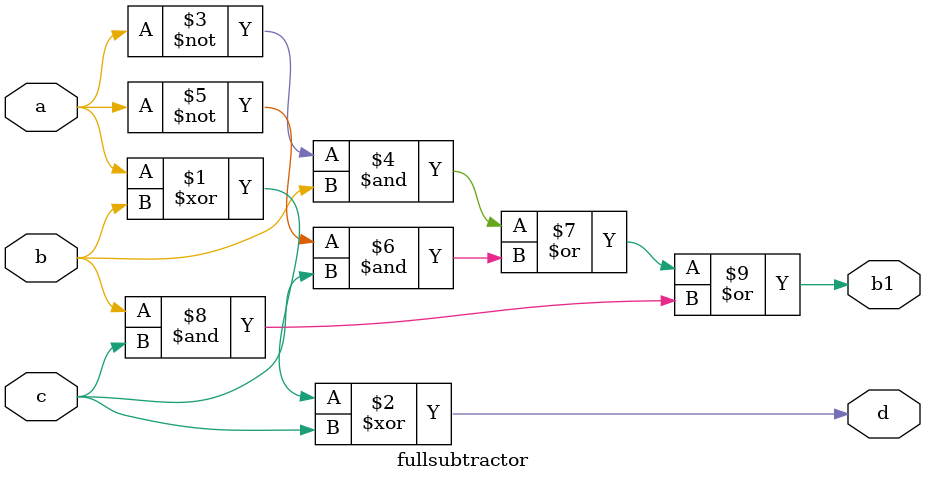
<source format=v>
module fullsubtractor(d,b1,a,b,c);
input a,b,c;
output d,b1;
assign d=a^b^c;
assign b1=~a&b|~a&c|b&c;
endmodule

</source>
